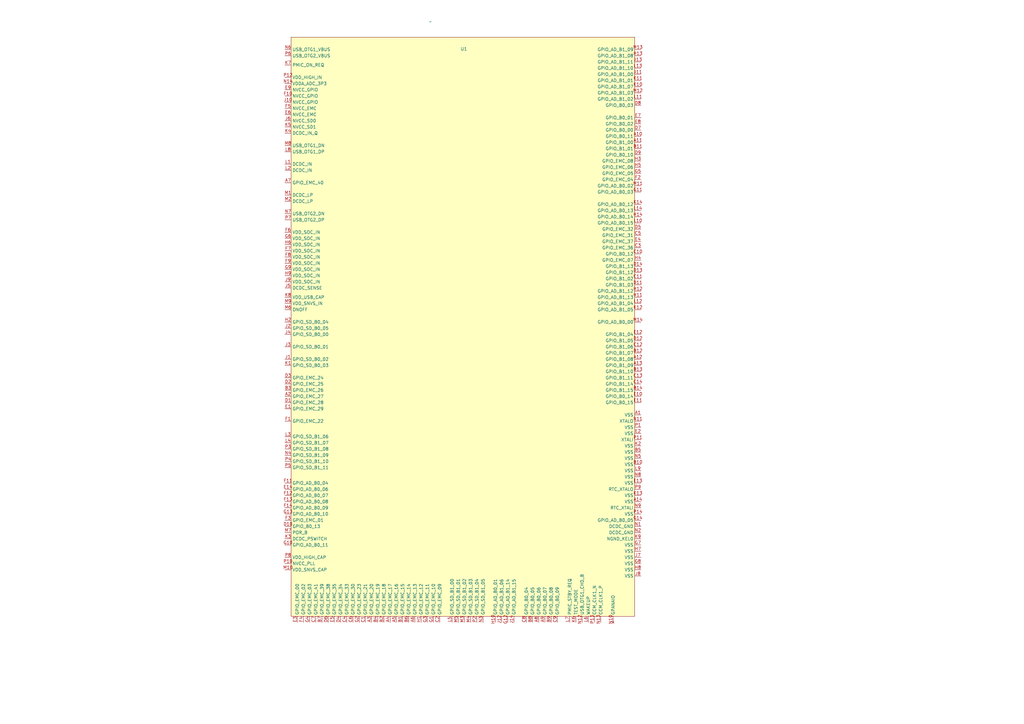
<source format=kicad_sch>
(kicad_sch (version 20250114) (generator "eeschema") (generator_version "9.0")
  (paper "A3")
  (lib_symbols
    (symbol "local:MIMXRT1062DVJ6B"
      (property "Reference" "U" (at 0 3.302 0))
      (symbol "MIMXRT1062DVJ6B_1_1"
        (rectangle (start -24.13 0) (end 116.84 -237.49) (fill (type background)))
        (pin passive line (at -26.67 -5.08 0) (length 2.54) (name "USB_OTG1_VBUS") (number "N6"))
        (pin passive line (at -26.67 -7.62 0) (length 2.54) (name "USB_OTG2_VBUS") (number "P6"))
        (pin passive line (at -26.67 -11.43 0) (length 2.54) (name "PMIC_ON_REQ") (number "K7"))
        (pin passive line (at -26.67 -16.51 0) (length 2.54) (name "VDD_HIGH_IN") (number "P12"))
        (pin passive line (at -26.67 -19.05 0) (length 2.54) (name "VDDA_ADC_3P3") (number "N14"))
        (pin passive line (at -26.67 -21.59 0) (length 2.54) (name "NVCC_GPIO") (number "E9"))
        (pin passive line (at -26.67 -24.13 0) (length 2.54) (name "NVCC_GPIO") (number "F10"))
        (pin passive line (at -26.67 -26.67 0) (length 2.54) (name "NVCC_GPIO") (number "J10"))
        (pin passive line (at -26.67 -29.21 0) (length 2.54) (name "NVCC_EMC") (number "F5"))
        (pin passive line (at -26.67 -31.75 0) (length 2.54) (name "NVCC_EMC") (number "E6"))
        (pin passive line (at -26.67 -34.29 0) (length 2.54) (name "NVCC_SD0") (number "J6"))
        (pin passive line (at -26.67 -36.83 0) (length 2.54) (name "NVCC_SD1") (number "K5"))
        (pin power_in line (at -26.67 -39.37 0) (length 2.54) (name "DCDC_IN_Q") (number "K4"))
        (pin passive line (at -26.67 -44.45 0) (length 2.54) (name "USB_OTG1_DN") (number "M8"))
        (pin passive line (at -26.67 -46.99 0) (length 2.54) (name "USB_OTG1_DP") (number "L8"))
        (pin power_in line (at -26.67 -52.07 0) (length 2.54) (name "DCDC_IN") (number "L1"))
        (pin power_in line (at -26.67 -54.61 0) (length 2.54) (name "DCDC_IN") (number "L2"))
        (pin passive line (at -26.67 -59.69 0) (length 2.54) (name "GPIO_EMC_40") (number "A7"))
        (pin passive line (at -26.67 -64.77 0) (length 2.54) (name "DCDC_LP") (number "M1"))
        (pin passive line (at -26.67 -67.31 0) (length 2.54) (name "DCDC_LP") (number "M2"))
        (pin passive line (at -26.67 -72.39 0) (length 2.54) (name "USB_OTG2_DN") (number "N7"))
        (pin passive line (at -26.67 -74.93 0) (length 2.54) (name "USB_OTG2_DP") (number "P7"))
        (pin passive line (at -26.67 -80.01 0) (length 2.54) (name "VDD_SOC_IN") (number "F6"))
        (pin passive line (at -26.67 -82.55 0) (length 2.54) (name "VDD_SOC_IN") (number "G6"))
        (pin passive line (at -26.67 -85.09 0) (length 2.54) (name "VDD_SOC_IN") (number "H6"))
        (pin passive line (at -26.67 -87.63 0) (length 2.54) (name "VDD_SOC_IN") (number "F7"))
        (pin passive line (at -26.67 -90.17 0) (length 2.54) (name "VDD_SOC_IN") (number "F8"))
        (pin passive line (at -26.67 -92.71 0) (length 2.54) (name "VDD_SOC_IN") (number "F9"))
        (pin passive line (at -26.67 -95.25 0) (length 2.54) (name "VDD_SOC_IN") (number "G9"))
        (pin passive line (at -26.67 -97.79 0) (length 2.54) (name "VDD_SOC_IN") (number "H9"))
        (pin passive line (at -26.67 -100.33 0) (length 2.54) (name "VDD_SOC_IN") (number "J9"))
        (pin passive line (at -26.67 -102.87 0) (length 2.54) (name "DCDC_SENSE") (number "J5"))
        (pin passive line (at -26.67 -106.68 0) (length 2.54) (name "VDD_USB_CAP") (number "K8"))
        (pin passive line (at -26.67 -109.22 0) (length 2.54) (name "VDD_SNVS_IN") (number "M9"))
        (pin passive line (at -26.67 -111.76 0) (length 2.54) (name "ONOFF") (number "M6"))
        (pin passive line (at -26.67 -116.84 0) (length 2.54) (name "GPIO_SD_B0_04") (number "H2"))
        (pin passive line (at -26.67 -119.38 0) (length 2.54) (name "GPIO_SD_B0_05") (number "J2"))
        (pin passive line (at -26.67 -121.92 0) (length 2.54) (name "GPIO_SD_B0_00") (number "J4"))
        (pin passive line (at -26.67 -127 0) (length 2.54) (name "GPIO_SD_B0_01") (number "J3"))
        (pin passive line (at -26.67 -132.08 0) (length 2.54) (name "GPIO_SD_B0_02") (number "J1"))
        (pin passive line (at -26.67 -134.62 0) (length 2.54) (name "GPIO_SD_B0_03") (number "K1"))
        (pin passive line (at -26.67 -139.7 0) (length 2.54) (name "GPIO_EMC_24") (number "D3"))
        (pin passive line (at -26.67 -142.24 0) (length 2.54) (name "GPIO_EMC_25") (number "D2"))
        (pin passive line (at -26.67 -144.78 0) (length 2.54) (name "GPIO_EMC_26") (number "B3"))
        (pin passive line (at -26.67 -147.32 0) (length 2.54) (name "GPIO_EMC_27") (number "A2"))
        (pin passive line (at -26.67 -149.86 0) (length 2.54) (name "GPIO_EMC_28") (number "D1"))
        (pin passive line (at -26.67 -152.4 0) (length 2.54) (name "GPIO_EMC_29") (number "E1"))
        (pin passive line (at -26.67 -157.48 0) (length 2.54) (name "GPIO_EMC_22") (number "F1"))
        (pin passive line (at -26.67 -163.83 0) (length 2.54) (name "GPIO_SD_B1_06") (number "L3"))
        (pin passive line (at -26.67 -166.37 0) (length 2.54) (name "GPIO_SD_B1_07") (number "L4"))
        (pin passive line (at -26.67 -168.91 0) (length 2.54) (name "GPIO_SD_B1_08") (number "P3"))
        (pin passive line (at -26.67 -171.45 0) (length 2.54) (name "GPIO_SD_B1_09") (number "N4"))
        (pin passive line (at -26.67 -173.99 0) (length 2.54) (name "GPIO_SD_B1_10") (number "P4"))
        (pin passive line (at -26.67 -176.53 0) (length 2.54) (name "GPIO_SD_B1_11") (number "P5"))
        (pin passive line (at -26.67 -182.88 0) (length 2.54) (name "GPIO_AD_B0_04") (number "F11"))
        (pin passive line (at -26.67 -185.42 0) (length 2.54) (name "GPIO_AD_B0_06") (number "E14"))
        (pin passive line (at -26.67 -187.96 0) (length 2.54) (name "GPIO_AD_B0_07") (number "F12"))
        (pin passive line (at -26.67 -190.5 0) (length 2.54) (name "GPIO_AD_B0_08") (number "F13"))
        (pin passive line (at -26.67 -193.04 0) (length 2.54) (name "GPIO_AD_B0_09") (number "F14"))
        (pin passive line (at -26.67 -195.58 0) (length 2.54) (name "GPIO_AD_B0_10") (number "G13"))
        (pin passive line (at -26.67 -198.12 0) (length 2.54) (name "GPIO_EMC_01") (number "F3"))
        (pin passive line (at -26.67 -200.66 0) (length 2.54) (name "GPIO_B0_13") (number "D10"))
        (pin passive line (at -26.67 -203.2 0) (length 2.54) (name "POR_B") (number "M7"))
        (pin passive line (at -26.67 -205.74 0) (length 2.54) (name "DCDC_PSWITCH") (number "K3"))
        (pin passive line (at -26.67 -208.28 0) (length 2.54) (name "GPIO_AD_B0_11") (number "G10"))
        (pin passive line (at -26.67 -213.36 0) (length 2.54) (name "VDD_HIGH_CAP") (number "P8"))
        (pin passive line (at -26.67 -215.9 0) (length 2.54) (name "NVCC_PLL") (number "P10"))
        (pin passive line (at -26.67 -218.44 0) (length 2.54) (name "VDD_SNVS_CAP") (number "M10"))
        (pin passive line (at -21.59 -240.03 90) (length 2.54) (name "GPIO_EMC_00") (number "E3"))
        (pin passive line (at -19.05 -240.03 90) (length 2.54) (name "GPIO_EMC_02") (number "F4"))
        (pin passive line (at -16.51 -240.03 90) (length 2.54) (name "GPIO_EMC_03") (number "G4"))
        (pin passive line (at -13.97 -240.03 90) (length 2.54) (name "GPIO_EMC_41") (number "C7"))
        (pin passive line (at -11.43 -240.03 90) (length 2.54) (name "GPIO_EMC_39") (number "B7"))
        (pin passive line (at -8.89 -240.03 90) (length 2.54) (name "GPIO_EMC_38") (number "D6"))
        (pin passive line (at -6.35 -240.03 90) (length 2.54) (name "GPIO_EMC_35") (number "E5"))
        (pin passive line (at -3.81 -240.03 90) (length 2.54) (name "GPIO_EMC_34") (number "D4"))
        (pin passive line (at -1.27 -240.03 90) (length 2.54) (name "GPIO_EMC_33") (number "C4"))
        (pin passive line (at 1.27 -240.03 90) (length 2.54) (name "GPIO_EMC_30") (number "C6"))
        (pin passive line (at 3.81 -240.03 90) (length 2.54) (name "GPIO_EMC_23") (number "G2"))
        (pin passive line (at 6.35 -240.03 90) (length 2.54) (name "GPIO_EMC_21") (number "C1"))
        (pin passive line (at 8.89 -240.03 90) (length 2.54) (name "GPIO_EMC_20") (number "A3"))
        (pin passive line (at 11.43 -240.03 90) (length 2.54) (name "GPIO_EMC_19") (number "B4"))
        (pin passive line (at 13.97 -240.03 90) (length 2.54) (name "GPIO_EMC_18") (number "B2"))
        (pin passive line (at 16.51 -240.03 90) (length 2.54) (name "GPIO_EMC_17") (number "A4"))
        (pin passive line (at 19.05 -240.03 90) (length 2.54) (name "GPIO_EMC_16") (number "A5"))
        (pin passive line (at 21.59 -240.03 90) (length 2.54) (name "GPIO_EMC_15") (number "B1"))
        (pin passive line (at 24.13 -240.03 90) (length 2.54) (name "GPIO_EMC_14") (number "B6"))
        (pin passive line (at 26.67 -240.03 90) (length 2.54) (name "GPIO_EMC_13") (number "A6"))
        (pin passive line (at 29.21 -240.03 90) (length 2.54) (name "GPIO_EMC_12") (number "H1"))
        (pin passive line (at 31.75 -240.03 90) (length 2.54) (name "GPIO_EMC_11") (number "G3"))
        (pin passive line (at 34.29 -240.03 90) (length 2.54) (name "GPIO_EMC_10") (number "G1"))
        (pin passive line (at 36.83 -240.03 90) (length 2.54) (name "GPIO_EMC_09") (number "C2"))
        (pin passive line (at 41.91 -240.03 90) (length 2.54) (name "GPIO_SD_B1_00") (number "L5"))
        (pin passive line (at 44.45 -240.03 90) (length 2.54) (name "GPIO_SD_B1_01") (number "M5"))
        (pin passive line (at 46.99 -240.03 90) (length 2.54) (name "GPIO_SD_B1_02") (number "M3"))
        (pin passive line (at 49.53 -240.03 90) (length 2.54) (name "GPIO_SD_B1_03") (number "M4"))
        (pin passive line (at 52.07 -240.03 90) (length 2.54) (name "GPIO_SD_B1_04") (number "P2"))
        (pin passive line (at 54.61 -240.03 90) (length 2.54) (name "GPIO_SD_B1_05") (number "N3"))
        (pin passive line (at 59.69 -240.03 90) (length 2.54) (name "GPIO_AD_B0_01") (number "H10"))
        (pin passive line (at 62.23 -240.03 90) (length 2.54) (name "GPIO_AD_B1_06") (number "J12"))
        (pin passive line (at 64.77 -240.03 90) (length 2.54) (name "GPIO_AD_B1_14") (number "G12"))
        (pin passive line (at 67.31 -240.03 90) (length 2.54) (name "GPIO_AD_B1_15") (number "J14"))
        (pin passive line (at 72.39 -240.03 90) (length 2.54) (name "GPIO_B0_04") (number "C8"))
        (pin passive line (at 74.93 -240.03 90) (length 2.54) (name "GPIO_B0_05") (number "B8"))
        (pin passive line (at 77.47 -240.03 90) (length 2.54) (name "GPIO_B0_06") (number "A8"))
        (pin passive line (at 80.01 -240.03 90) (length 2.54) (name "GPIO_B0_07") (number "A9"))
        (pin passive line (at 82.55 -240.03 90) (length 2.54) (name "GPIO_B0_08") (number "B9"))
        (pin passive line (at 85.09 -240.03 90) (length 2.54) (name "GPIO_B0_09") (number "C9"))
        (pin passive line (at 90.17 -240.03 90) (length 2.54) (name "PMIC_STBY_REQ") (number "L7"))
        (pin passive line (at 92.71 -240.03 90) (length 2.54) (name "TEST_MODE") (number "K6"))
        (pin passive line (at 95.25 -240.03 90) (length 2.54) (name "USB_OTG1_CHD_B") (number "N12"))
        (pin passive line (at 97.79 -240.03 90) (length 2.54) (name "WAKEUP") (number "L6"))
        (pin passive line (at 100.33 -240.03 90) (length 2.54) (name "CCM_CLK1_N") (number "P13"))
        (pin passive line (at 102.87 -240.03 90) (length 2.54) (name "CCM_CLK1_P") (number "N13"))
        (pin no_connect line (at 107.95 -240.03 90) (length 2.54) (name "GPANAIO") (number "N10"))
        (pin passive line (at 119.38 -5.08 180) (length 2.54) (name "GPIO_AD_B1_09") (number "M13"))
        (pin passive line (at 119.38 -7.62 180) (length 2.54) (name "GPIO_AD_B1_08") (number "H13"))
        (pin passive line (at 119.38 -10.16 180) (length 2.54) (name "GPIO_AD_B1_11") (number "J13"))
        (pin passive line (at 119.38 -12.7 180) (length 2.54) (name "GPIO_AD_B1_10") (number "L13"))
        (pin passive line (at 119.38 -15.24 180) (length 2.54) (name "GPIO_AD_B1_00") (number "J11"))
        (pin passive line (at 119.38 -17.78 180) (length 2.54) (name "GPIO_AD_B1_01") (number "K11"))
        (pin passive line (at 119.38 -20.32 180) (length 2.54) (name "GPIO_AD_B1_07") (number "K10"))
        (pin passive line (at 119.38 -22.86 180) (length 2.54) (name "GPIO_AD_B1_03") (number "M12"))
        (pin passive line (at 119.38 -25.4 180) (length 2.54) (name "GPIO_AD_B1_02") (number "L11"))
        (pin passive line (at 119.38 -27.94 180) (length 2.54) (name "GPIO_B0_03") (number "D8"))
        (pin passive line (at 119.38 -33.02 180) (length 2.54) (name "GPIO_B0_01") (number "E7"))
        (pin passive line (at 119.38 -35.56 180) (length 2.54) (name "GPIO_B0_02") (number "E8"))
        (pin passive line (at 119.38 -38.1 180) (length 2.54) (name "GPIO_B0_00") (number "D7"))
        (pin passive line (at 119.38 -40.64 180) (length 2.54) (name "GPIO_B0_11") (number "A10"))
        (pin passive line (at 119.38 -43.18 180) (length 2.54) (name "GPIO_B1_00") (number "A11"))
        (pin passive line (at 119.38 -45.72 180) (length 2.54) (name "GPIO_B1_01") (number "B11"))
        (pin passive line (at 119.38 -48.26 180) (length 2.54) (name "GPIO_B0_10") (number "D9"))
        (pin passive line (at 119.38 -50.8 180) (length 2.54) (name "GPIO_EMC_08") (number "H3"))
        (pin passive line (at 119.38 -53.34 180) (length 2.54) (name "GPIO_EMC_06") (number "H5"))
        (pin passive line (at 119.38 -55.88 180) (length 2.54) (name "GPIO_EMC_05") (number "G5"))
        (pin passive line (at 119.38 -58.42 180) (length 2.54) (name "GPIO_EMC_04") (number "F2"))
        (pin passive line (at 119.38 -60.96 180) (length 2.54) (name "GPIO_AD_B0_02") (number "M11"))
        (pin passive line (at 119.38 -63.5 180) (length 2.54) (name "GPIO_AD_B0_03") (number "G11"))
        (pin passive line (at 119.38 -68.58 180) (length 2.54) (name "GPIO_AD_B0_12") (number "K14"))
        (pin passive line (at 119.38 -71.12 180) (length 2.54) (name "GPIO_AD_B0_13") (number "L14"))
        (pin passive line (at 119.38 -73.66 180) (length 2.54) (name "GPIO_AD_B0_14") (number "H14"))
        (pin passive line (at 119.38 -76.2 180) (length 2.54) (name "GPIO_AD_B0_15") (number "L10"))
        (pin passive line (at 119.38 -78.74 180) (length 2.54) (name "GPIO_EMC_32") (number "D5"))
        (pin passive line (at 119.38 -81.28 180) (length 2.54) (name "GPIO_EMC_31") (number "C5"))
        (pin passive line (at 119.38 -83.82 180) (length 2.54) (name "GPIO_EMC_37") (number "E4"))
        (pin passive line (at 119.38 -86.36 180) (length 2.54) (name "GPIO_EMC_36") (number "C3"))
        (pin passive line (at 119.38 -88.9 180) (length 2.54) (name "GPIO_B0_12") (number "C10"))
        (pin passive line (at 119.38 -91.44 180) (length 2.54) (name "GPIO_EMC_07") (number "H4"))
        (pin passive line (at 119.38 -93.98 180) (length 2.54) (name "GPIO_B1_13") (number "D14"))
        (pin passive line (at 119.38 -96.52 180) (length 2.54) (name "GPIO_B1_12") (number "D13"))
        (pin passive line (at 119.38 -99.06 180) (length 2.54) (name "GPIO_B1_02") (number "C11"))
        (pin passive line (at 119.38 -101.6 180) (length 2.54) (name "GPIO_B1_03") (number "D11"))
        (pin passive line (at 119.38 -104.14 180) (length 2.54) (name "GPIO_AD_B1_12") (number "H12"))
        (pin passive line (at 119.38 -106.68 180) (length 2.54) (name "GPIO_AD_B1_13") (number "H11"))
        (pin passive line (at 119.38 -109.22 180) (length 2.54) (name "GPIO_AD_B1_04") (number "L12"))
        (pin passive line (at 119.38 -111.76 180) (length 2.54) (name "GPIO_AD_B1_05") (number "K12"))
        (pin passive line (at 119.38 -116.84 180) (length 2.54) (name "GPIO_AD_B0_00") (number "M14"))
        (pin passive line (at 119.38 -121.92 180) (length 2.54) (name "GPIO_B1_04") (number "E12"))
        (pin passive line (at 119.38 -124.46 180) (length 2.54) (name "GPIO_B1_05") (number "D12"))
        (pin passive line (at 119.38 -127 180) (length 2.54) (name "GPIO_B1_06") (number "C12"))
        (pin passive line (at 119.38 -129.54 180) (length 2.54) (name "GPIO_B1_07") (number "B12"))
        (pin passive line (at 119.38 -132.08 180) (length 2.54) (name "GPIO_B1_08") (number "A12"))
        (pin passive line (at 119.38 -134.62 180) (length 2.54) (name "GPIO_B1_09") (number "A13"))
        (pin passive line (at 119.38 -137.16 180) (length 2.54) (name "GPIO_B1_10") (number "B13"))
        (pin passive line (at 119.38 -139.7 180) (length 2.54) (name "GPIO_B1_11") (number "C13"))
        (pin passive line (at 119.38 -142.24 180) (length 2.54) (name "GPIO_B1_14") (number "C14"))
        (pin passive line (at 119.38 -144.78 180) (length 2.54) (name "GPIO_B1_15") (number "B14"))
        (pin passive line (at 119.38 -147.32 180) (length 2.54) (name "GPIO_B0_14") (number "E10"))
        (pin passive line (at 119.38 -149.86 180) (length 2.54) (name "GPIO_B0_15") (number "E11"))
        (pin passive line (at 119.38 -154.94 180) (length 2.54) (name "VSS") (number "A1"))
        (pin passive line (at 119.38 -157.48 180) (length 2.54) (name "XTALO") (number "N11"))
        (pin passive line (at 119.38 -160.02 180) (length 2.54) (name "VSS") (number "P1"))
        (pin passive line (at 119.38 -162.56 180) (length 2.54) (name "VSS") (number "E2"))
        (pin passive line (at 119.38 -165.1 180) (length 2.54) (name "XTALI") (number "P11"))
        (pin passive line (at 119.38 -167.64 180) (length 2.54) (name "VSS") (number "K2"))
        (pin passive line (at 119.38 -170.18 180) (length 2.54) (name "VSS") (number "B5"))
        (pin passive line (at 119.38 -172.72 180) (length 2.54) (name "VSS") (number "N5"))
        (pin passive line (at 119.38 -175.26 180) (length 2.54) (name "VSS") (number "B10"))
        (pin passive line (at 119.38 -177.8 180) (length 2.54) (name "VSS") (number "L9"))
        (pin passive line (at 119.38 -180.34 180) (length 2.54) (name "VSS") (number "N8"))
        (pin passive line (at 119.38 -182.88 180) (length 2.54) (name "VSS") (number "E13"))
        (pin passive line (at 119.38 -185.42 180) (length 2.54) (name "RTC_XTALO") (number "P9"))
        (pin passive line (at 119.38 -187.96 180) (length 2.54) (name "VSS") (number "K13"))
        (pin passive line (at 119.38 -190.5 180) (length 2.54) (name "VSS") (number "A14"))
        (pin passive line (at 119.38 -193.04 180) (length 2.54) (name "RTC_XTALI") (number "N9"))
        (pin passive line (at 119.38 -195.58 180) (length 2.54) (name "VSS") (number "P14"))
        (pin passive line (at 119.38 -198.12 180) (length 2.54) (name "GPIO_AD_B0_05") (number "G14"))
        (pin power_in line (at 119.38 -200.66 180) (length 2.54) (name "DCDC_GND") (number "N1"))
        (pin power_in line (at 119.38 -203.2 180) (length 2.54) (name "DCDC_GND") (number "N2"))
        (pin passive line (at 119.38 -205.74 180) (length 2.54) (name "NGND_KEL0") (number "K9"))
        (pin passive line (at 119.38 -208.28 180) (length 2.54) (name "VSS") (number "G7"))
        (pin passive line (at 119.38 -210.82 180) (length 2.54) (name "VSS") (number "H7"))
        (pin passive line (at 119.38 -213.36 180) (length 2.54) (name "VSS") (number "J7"))
        (pin passive line (at 119.38 -215.9 180) (length 2.54) (name "VSS") (number "G8"))
        (pin passive line (at 119.38 -218.44 180) (length 2.54) (name "VSS") (number "H8"))
        (pin passive line (at 119.38 -220.98 180) (length 2.54) (name "VSS") (number "J8"))
      )
    )
  )
  (symbol (lib_id "local:MIMXRT1062DVJ6B") (at 143.51 15.24 0) (unit 1)
    (property "Reference" "U1" (at 190.246 20.066 0))
    (property "Value" "~" (at 176.53 8.89 0))
  )
)
</source>
